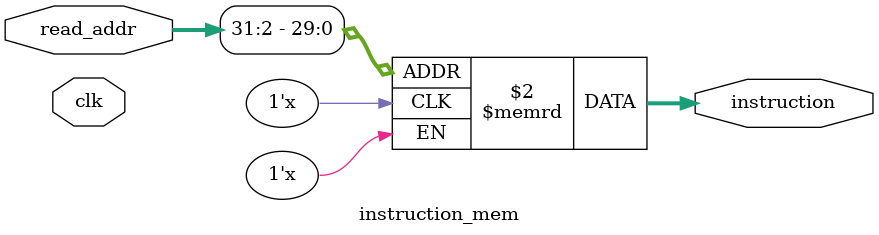
<source format=v>
module instruction_mem (
    input clk,
    input [31:0] read_addr,
    output reg [31:0] instruction
);

    /* 
    address range from 0 - 2^32-1, 
    so theoretically ROM max size is reg [31:0] ROM [2^32-1:0];
    but we usually allocate max size: reg [31:0] ROM [1023:0];
    */
    reg [31:0] ROM [0:1023]; 


    /*  
    instruction memory is ROM,
    ROM is combinational logic,
    NOT sequential logic!
    if use clk, 
    read out instruction will be 1 T late
    */ 

    always @(*) begin
        instruction = ROM[read_addr[31:2]]; 
    end

    /*  
        inst_memory address unit: word (word aligned)
        cause, in convention, all memory are byte-accessable, 
        (i.e. we read byte data from data memory),
        and if we want to access word-data (i.e. instruction here),
        we need to read 4 byte once (in 1 T),
        and thus, program counter will add 4 every cycle to fetch next instruction
        (next instruction start at 4 bytes away (1 word a way))
    */


endmodule


</source>
